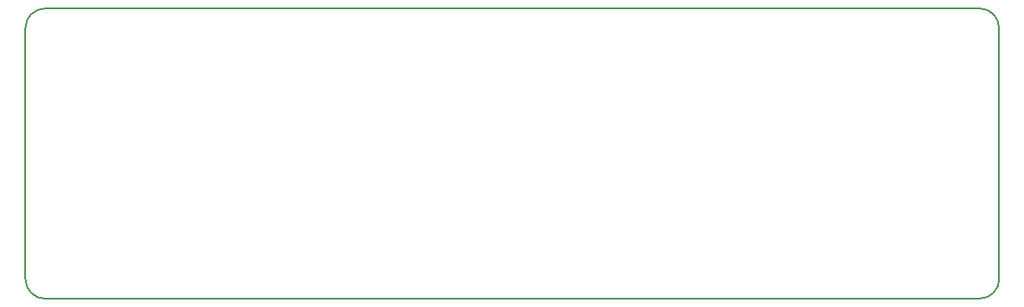
<source format=gm1>
%TF.GenerationSoftware,KiCad,Pcbnew,9.0.6*%
%TF.CreationDate,2025-11-26T17:33:25+00:00*%
%TF.ProjectId,keyfrick,6b657966-7269-4636-9b2e-6b696361645f,rev?*%
%TF.SameCoordinates,Original*%
%TF.FileFunction,Profile,NP*%
%FSLAX46Y46*%
G04 Gerber Fmt 4.6, Leading zero omitted, Abs format (unit mm)*
G04 Created by KiCad (PCBNEW 9.0.6) date 2025-11-26 17:33:25*
%MOMM*%
%LPD*%
G01*
G04 APERTURE LIST*
%TA.AperFunction,Profile*%
%ADD10C,0.200000*%
%TD*%
G04 APERTURE END LIST*
D10*
X75438000Y-69882000D02*
X75438000Y-44418000D01*
X171990000Y-71882000D02*
X77438000Y-71882000D01*
X75438000Y-44418000D02*
G75*
G02*
X77438000Y-42418000I2000000J0D01*
G01*
X77438000Y-71882000D02*
G75*
G02*
X75438000Y-69882000I0J2000000D01*
G01*
X171990000Y-42418000D02*
G75*
G02*
X173990000Y-44418000I0J-2000000D01*
G01*
X173990000Y-69882000D02*
G75*
G02*
X171990000Y-71882000I-2000000J0D01*
G01*
X173990000Y-44418000D02*
X173990000Y-69882000D01*
X77438000Y-42418000D02*
X171990000Y-42418000D01*
M02*

</source>
